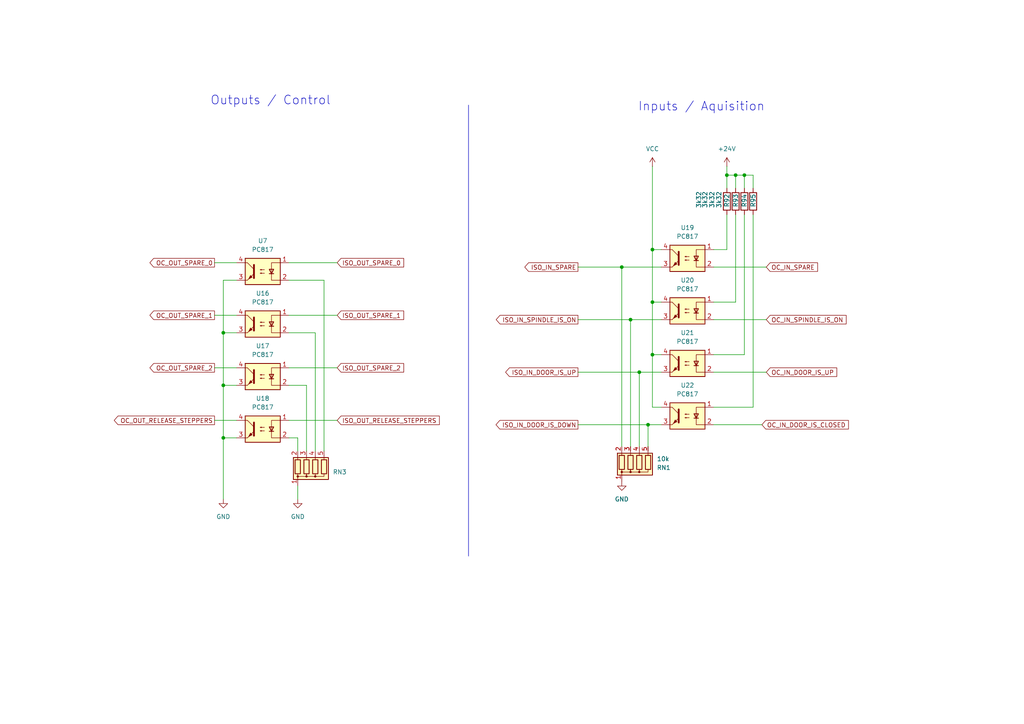
<source format=kicad_sch>
(kicad_sch
	(version 20231120)
	(generator "eeschema")
	(generator_version "8.0")
	(uuid "cdc00b93-0f03-4ff4-8fa1-c730009e4709")
	(paper "A4")
	(lib_symbols
		(symbol "Device:R"
			(pin_numbers hide)
			(pin_names
				(offset 0)
			)
			(exclude_from_sim no)
			(in_bom yes)
			(on_board yes)
			(property "Reference" "R"
				(at 2.032 0 90)
				(effects
					(font
						(size 1.27 1.27)
					)
				)
			)
			(property "Value" "R"
				(at 0 0 90)
				(effects
					(font
						(size 1.27 1.27)
					)
				)
			)
			(property "Footprint" ""
				(at -1.778 0 90)
				(effects
					(font
						(size 1.27 1.27)
					)
					(hide yes)
				)
			)
			(property "Datasheet" "~"
				(at 0 0 0)
				(effects
					(font
						(size 1.27 1.27)
					)
					(hide yes)
				)
			)
			(property "Description" "Resistor"
				(at 0 0 0)
				(effects
					(font
						(size 1.27 1.27)
					)
					(hide yes)
				)
			)
			(property "ki_keywords" "R res resistor"
				(at 0 0 0)
				(effects
					(font
						(size 1.27 1.27)
					)
					(hide yes)
				)
			)
			(property "ki_fp_filters" "R_*"
				(at 0 0 0)
				(effects
					(font
						(size 1.27 1.27)
					)
					(hide yes)
				)
			)
			(symbol "R_0_1"
				(rectangle
					(start -1.016 -2.54)
					(end 1.016 2.54)
					(stroke
						(width 0.254)
						(type default)
					)
					(fill
						(type none)
					)
				)
			)
			(symbol "R_1_1"
				(pin passive line
					(at 0 3.81 270)
					(length 1.27)
					(name "~"
						(effects
							(font
								(size 1.27 1.27)
							)
						)
					)
					(number "1"
						(effects
							(font
								(size 1.27 1.27)
							)
						)
					)
				)
				(pin passive line
					(at 0 -3.81 90)
					(length 1.27)
					(name "~"
						(effects
							(font
								(size 1.27 1.27)
							)
						)
					)
					(number "2"
						(effects
							(font
								(size 1.27 1.27)
							)
						)
					)
				)
			)
		)
		(symbol "Device:R_Network04"
			(pin_names
				(offset 0) hide)
			(exclude_from_sim no)
			(in_bom yes)
			(on_board yes)
			(property "Reference" "RN"
				(at -7.62 0 90)
				(effects
					(font
						(size 1.27 1.27)
					)
				)
			)
			(property "Value" "R_Network04"
				(at 5.08 0 90)
				(effects
					(font
						(size 1.27 1.27)
					)
				)
			)
			(property "Footprint" "Resistor_THT:R_Array_SIP5"
				(at 6.985 0 90)
				(effects
					(font
						(size 1.27 1.27)
					)
					(hide yes)
				)
			)
			(property "Datasheet" "http://www.vishay.com/docs/31509/csc.pdf"
				(at 0 0 0)
				(effects
					(font
						(size 1.27 1.27)
					)
					(hide yes)
				)
			)
			(property "Description" "4 resistor network, star topology, bussed resistors, small symbol"
				(at 0 0 0)
				(effects
					(font
						(size 1.27 1.27)
					)
					(hide yes)
				)
			)
			(property "ki_keywords" "R network star-topology"
				(at 0 0 0)
				(effects
					(font
						(size 1.27 1.27)
					)
					(hide yes)
				)
			)
			(property "ki_fp_filters" "R?Array?SIP*"
				(at 0 0 0)
				(effects
					(font
						(size 1.27 1.27)
					)
					(hide yes)
				)
			)
			(symbol "R_Network04_0_1"
				(rectangle
					(start -6.35 -3.175)
					(end 3.81 3.175)
					(stroke
						(width 0.254)
						(type default)
					)
					(fill
						(type background)
					)
				)
				(rectangle
					(start -5.842 1.524)
					(end -4.318 -2.54)
					(stroke
						(width 0.254)
						(type default)
					)
					(fill
						(type none)
					)
				)
				(circle
					(center -5.08 2.286)
					(radius 0.254)
					(stroke
						(width 0)
						(type default)
					)
					(fill
						(type outline)
					)
				)
				(rectangle
					(start -3.302 1.524)
					(end -1.778 -2.54)
					(stroke
						(width 0.254)
						(type default)
					)
					(fill
						(type none)
					)
				)
				(circle
					(center -2.54 2.286)
					(radius 0.254)
					(stroke
						(width 0)
						(type default)
					)
					(fill
						(type outline)
					)
				)
				(rectangle
					(start -0.762 1.524)
					(end 0.762 -2.54)
					(stroke
						(width 0.254)
						(type default)
					)
					(fill
						(type none)
					)
				)
				(polyline
					(pts
						(xy -5.08 -2.54) (xy -5.08 -3.81)
					)
					(stroke
						(width 0)
						(type default)
					)
					(fill
						(type none)
					)
				)
				(polyline
					(pts
						(xy -2.54 -2.54) (xy -2.54 -3.81)
					)
					(stroke
						(width 0)
						(type default)
					)
					(fill
						(type none)
					)
				)
				(polyline
					(pts
						(xy 0 -2.54) (xy 0 -3.81)
					)
					(stroke
						(width 0)
						(type default)
					)
					(fill
						(type none)
					)
				)
				(polyline
					(pts
						(xy 2.54 -2.54) (xy 2.54 -3.81)
					)
					(stroke
						(width 0)
						(type default)
					)
					(fill
						(type none)
					)
				)
				(polyline
					(pts
						(xy -5.08 1.524) (xy -5.08 2.286) (xy -2.54 2.286) (xy -2.54 1.524)
					)
					(stroke
						(width 0)
						(type default)
					)
					(fill
						(type none)
					)
				)
				(polyline
					(pts
						(xy -2.54 1.524) (xy -2.54 2.286) (xy 0 2.286) (xy 0 1.524)
					)
					(stroke
						(width 0)
						(type default)
					)
					(fill
						(type none)
					)
				)
				(polyline
					(pts
						(xy 0 1.524) (xy 0 2.286) (xy 2.54 2.286) (xy 2.54 1.524)
					)
					(stroke
						(width 0)
						(type default)
					)
					(fill
						(type none)
					)
				)
				(circle
					(center 0 2.286)
					(radius 0.254)
					(stroke
						(width 0)
						(type default)
					)
					(fill
						(type outline)
					)
				)
				(rectangle
					(start 1.778 1.524)
					(end 3.302 -2.54)
					(stroke
						(width 0.254)
						(type default)
					)
					(fill
						(type none)
					)
				)
			)
			(symbol "R_Network04_1_1"
				(pin passive line
					(at -5.08 5.08 270)
					(length 2.54)
					(name "common"
						(effects
							(font
								(size 1.27 1.27)
							)
						)
					)
					(number "1"
						(effects
							(font
								(size 1.27 1.27)
							)
						)
					)
				)
				(pin passive line
					(at -5.08 -5.08 90)
					(length 1.27)
					(name "R1"
						(effects
							(font
								(size 1.27 1.27)
							)
						)
					)
					(number "2"
						(effects
							(font
								(size 1.27 1.27)
							)
						)
					)
				)
				(pin passive line
					(at -2.54 -5.08 90)
					(length 1.27)
					(name "R2"
						(effects
							(font
								(size 1.27 1.27)
							)
						)
					)
					(number "3"
						(effects
							(font
								(size 1.27 1.27)
							)
						)
					)
				)
				(pin passive line
					(at 0 -5.08 90)
					(length 1.27)
					(name "R3"
						(effects
							(font
								(size 1.27 1.27)
							)
						)
					)
					(number "4"
						(effects
							(font
								(size 1.27 1.27)
							)
						)
					)
				)
				(pin passive line
					(at 2.54 -5.08 90)
					(length 1.27)
					(name "R4"
						(effects
							(font
								(size 1.27 1.27)
							)
						)
					)
					(number "5"
						(effects
							(font
								(size 1.27 1.27)
							)
						)
					)
				)
			)
		)
		(symbol "Isolator:PC817"
			(pin_names
				(offset 1.016)
			)
			(exclude_from_sim no)
			(in_bom yes)
			(on_board yes)
			(property "Reference" "U"
				(at -5.08 5.08 0)
				(effects
					(font
						(size 1.27 1.27)
					)
					(justify left)
				)
			)
			(property "Value" "PC817"
				(at 0 5.08 0)
				(effects
					(font
						(size 1.27 1.27)
					)
					(justify left)
				)
			)
			(property "Footprint" "Package_DIP:DIP-4_W7.62mm"
				(at -5.08 -5.08 0)
				(effects
					(font
						(size 1.27 1.27)
						(italic yes)
					)
					(justify left)
					(hide yes)
				)
			)
			(property "Datasheet" "http://www.soselectronic.cz/a_info/resource/d/pc817.pdf"
				(at 0 0 0)
				(effects
					(font
						(size 1.27 1.27)
					)
					(justify left)
					(hide yes)
				)
			)
			(property "Description" "DC Optocoupler, Vce 35V, CTR 50-300%, DIP-4"
				(at 0 0 0)
				(effects
					(font
						(size 1.27 1.27)
					)
					(hide yes)
				)
			)
			(property "ki_keywords" "NPN DC Optocoupler"
				(at 0 0 0)
				(effects
					(font
						(size 1.27 1.27)
					)
					(hide yes)
				)
			)
			(property "ki_fp_filters" "DIP*W7.62mm*"
				(at 0 0 0)
				(effects
					(font
						(size 1.27 1.27)
					)
					(hide yes)
				)
			)
			(symbol "PC817_0_1"
				(rectangle
					(start -5.08 3.81)
					(end 5.08 -3.81)
					(stroke
						(width 0.254)
						(type default)
					)
					(fill
						(type background)
					)
				)
				(polyline
					(pts
						(xy -3.175 -0.635) (xy -1.905 -0.635)
					)
					(stroke
						(width 0.254)
						(type default)
					)
					(fill
						(type none)
					)
				)
				(polyline
					(pts
						(xy 2.54 0.635) (xy 4.445 2.54)
					)
					(stroke
						(width 0)
						(type default)
					)
					(fill
						(type none)
					)
				)
				(polyline
					(pts
						(xy 4.445 -2.54) (xy 2.54 -0.635)
					)
					(stroke
						(width 0)
						(type default)
					)
					(fill
						(type outline)
					)
				)
				(polyline
					(pts
						(xy 4.445 -2.54) (xy 5.08 -2.54)
					)
					(stroke
						(width 0)
						(type default)
					)
					(fill
						(type none)
					)
				)
				(polyline
					(pts
						(xy 4.445 2.54) (xy 5.08 2.54)
					)
					(stroke
						(width 0)
						(type default)
					)
					(fill
						(type none)
					)
				)
				(polyline
					(pts
						(xy -5.08 2.54) (xy -2.54 2.54) (xy -2.54 -0.635)
					)
					(stroke
						(width 0)
						(type default)
					)
					(fill
						(type none)
					)
				)
				(polyline
					(pts
						(xy -2.54 -0.635) (xy -2.54 -2.54) (xy -5.08 -2.54)
					)
					(stroke
						(width 0)
						(type default)
					)
					(fill
						(type none)
					)
				)
				(polyline
					(pts
						(xy 2.54 1.905) (xy 2.54 -1.905) (xy 2.54 -1.905)
					)
					(stroke
						(width 0.508)
						(type default)
					)
					(fill
						(type none)
					)
				)
				(polyline
					(pts
						(xy -2.54 -0.635) (xy -3.175 0.635) (xy -1.905 0.635) (xy -2.54 -0.635)
					)
					(stroke
						(width 0.254)
						(type default)
					)
					(fill
						(type none)
					)
				)
				(polyline
					(pts
						(xy -0.508 -0.508) (xy 0.762 -0.508) (xy 0.381 -0.635) (xy 0.381 -0.381) (xy 0.762 -0.508)
					)
					(stroke
						(width 0)
						(type default)
					)
					(fill
						(type none)
					)
				)
				(polyline
					(pts
						(xy -0.508 0.508) (xy 0.762 0.508) (xy 0.381 0.381) (xy 0.381 0.635) (xy 0.762 0.508)
					)
					(stroke
						(width 0)
						(type default)
					)
					(fill
						(type none)
					)
				)
				(polyline
					(pts
						(xy 3.048 -1.651) (xy 3.556 -1.143) (xy 4.064 -2.159) (xy 3.048 -1.651) (xy 3.048 -1.651)
					)
					(stroke
						(width 0)
						(type default)
					)
					(fill
						(type outline)
					)
				)
			)
			(symbol "PC817_1_1"
				(pin passive line
					(at -7.62 2.54 0)
					(length 2.54)
					(name "~"
						(effects
							(font
								(size 1.27 1.27)
							)
						)
					)
					(number "1"
						(effects
							(font
								(size 1.27 1.27)
							)
						)
					)
				)
				(pin passive line
					(at -7.62 -2.54 0)
					(length 2.54)
					(name "~"
						(effects
							(font
								(size 1.27 1.27)
							)
						)
					)
					(number "2"
						(effects
							(font
								(size 1.27 1.27)
							)
						)
					)
				)
				(pin passive line
					(at 7.62 -2.54 180)
					(length 2.54)
					(name "~"
						(effects
							(font
								(size 1.27 1.27)
							)
						)
					)
					(number "3"
						(effects
							(font
								(size 1.27 1.27)
							)
						)
					)
				)
				(pin passive line
					(at 7.62 2.54 180)
					(length 2.54)
					(name "~"
						(effects
							(font
								(size 1.27 1.27)
							)
						)
					)
					(number "4"
						(effects
							(font
								(size 1.27 1.27)
							)
						)
					)
				)
			)
		)
		(symbol "power:+24V"
			(power)
			(pin_numbers hide)
			(pin_names
				(offset 0) hide)
			(exclude_from_sim no)
			(in_bom yes)
			(on_board yes)
			(property "Reference" "#PWR"
				(at 0 -3.81 0)
				(effects
					(font
						(size 1.27 1.27)
					)
					(hide yes)
				)
			)
			(property "Value" "+24V"
				(at 0 3.556 0)
				(effects
					(font
						(size 1.27 1.27)
					)
				)
			)
			(property "Footprint" ""
				(at 0 0 0)
				(effects
					(font
						(size 1.27 1.27)
					)
					(hide yes)
				)
			)
			(property "Datasheet" ""
				(at 0 0 0)
				(effects
					(font
						(size 1.27 1.27)
					)
					(hide yes)
				)
			)
			(property "Description" "Power symbol creates a global label with name \"+24V\""
				(at 0 0 0)
				(effects
					(font
						(size 1.27 1.27)
					)
					(hide yes)
				)
			)
			(property "ki_keywords" "global power"
				(at 0 0 0)
				(effects
					(font
						(size 1.27 1.27)
					)
					(hide yes)
				)
			)
			(symbol "+24V_0_1"
				(polyline
					(pts
						(xy -0.762 1.27) (xy 0 2.54)
					)
					(stroke
						(width 0)
						(type default)
					)
					(fill
						(type none)
					)
				)
				(polyline
					(pts
						(xy 0 0) (xy 0 2.54)
					)
					(stroke
						(width 0)
						(type default)
					)
					(fill
						(type none)
					)
				)
				(polyline
					(pts
						(xy 0 2.54) (xy 0.762 1.27)
					)
					(stroke
						(width 0)
						(type default)
					)
					(fill
						(type none)
					)
				)
			)
			(symbol "+24V_1_1"
				(pin power_in line
					(at 0 0 90)
					(length 0)
					(name "~"
						(effects
							(font
								(size 1.27 1.27)
							)
						)
					)
					(number "1"
						(effects
							(font
								(size 1.27 1.27)
							)
						)
					)
				)
			)
		)
		(symbol "power:GND"
			(power)
			(pin_numbers hide)
			(pin_names
				(offset 0) hide)
			(exclude_from_sim no)
			(in_bom yes)
			(on_board yes)
			(property "Reference" "#PWR"
				(at 0 -6.35 0)
				(effects
					(font
						(size 1.27 1.27)
					)
					(hide yes)
				)
			)
			(property "Value" "GND"
				(at 0 -3.81 0)
				(effects
					(font
						(size 1.27 1.27)
					)
				)
			)
			(property "Footprint" ""
				(at 0 0 0)
				(effects
					(font
						(size 1.27 1.27)
					)
					(hide yes)
				)
			)
			(property "Datasheet" ""
				(at 0 0 0)
				(effects
					(font
						(size 1.27 1.27)
					)
					(hide yes)
				)
			)
			(property "Description" "Power symbol creates a global label with name \"GND\" , ground"
				(at 0 0 0)
				(effects
					(font
						(size 1.27 1.27)
					)
					(hide yes)
				)
			)
			(property "ki_keywords" "global power"
				(at 0 0 0)
				(effects
					(font
						(size 1.27 1.27)
					)
					(hide yes)
				)
			)
			(symbol "GND_0_1"
				(polyline
					(pts
						(xy 0 0) (xy 0 -1.27) (xy 1.27 -1.27) (xy 0 -2.54) (xy -1.27 -1.27) (xy 0 -1.27)
					)
					(stroke
						(width 0)
						(type default)
					)
					(fill
						(type none)
					)
				)
			)
			(symbol "GND_1_1"
				(pin power_in line
					(at 0 0 270)
					(length 0)
					(name "~"
						(effects
							(font
								(size 1.27 1.27)
							)
						)
					)
					(number "1"
						(effects
							(font
								(size 1.27 1.27)
							)
						)
					)
				)
			)
		)
		(symbol "power:VCC"
			(power)
			(pin_numbers hide)
			(pin_names
				(offset 0) hide)
			(exclude_from_sim no)
			(in_bom yes)
			(on_board yes)
			(property "Reference" "#PWR"
				(at 0 -3.81 0)
				(effects
					(font
						(size 1.27 1.27)
					)
					(hide yes)
				)
			)
			(property "Value" "VCC"
				(at 0 3.556 0)
				(effects
					(font
						(size 1.27 1.27)
					)
				)
			)
			(property "Footprint" ""
				(at 0 0 0)
				(effects
					(font
						(size 1.27 1.27)
					)
					(hide yes)
				)
			)
			(property "Datasheet" ""
				(at 0 0 0)
				(effects
					(font
						(size 1.27 1.27)
					)
					(hide yes)
				)
			)
			(property "Description" "Power symbol creates a global label with name \"VCC\""
				(at 0 0 0)
				(effects
					(font
						(size 1.27 1.27)
					)
					(hide yes)
				)
			)
			(property "ki_keywords" "global power"
				(at 0 0 0)
				(effects
					(font
						(size 1.27 1.27)
					)
					(hide yes)
				)
			)
			(symbol "VCC_0_1"
				(polyline
					(pts
						(xy -0.762 1.27) (xy 0 2.54)
					)
					(stroke
						(width 0)
						(type default)
					)
					(fill
						(type none)
					)
				)
				(polyline
					(pts
						(xy 0 0) (xy 0 2.54)
					)
					(stroke
						(width 0)
						(type default)
					)
					(fill
						(type none)
					)
				)
				(polyline
					(pts
						(xy 0 2.54) (xy 0.762 1.27)
					)
					(stroke
						(width 0)
						(type default)
					)
					(fill
						(type none)
					)
				)
			)
			(symbol "VCC_1_1"
				(pin power_in line
					(at 0 0 90)
					(length 0)
					(name "~"
						(effects
							(font
								(size 1.27 1.27)
							)
						)
					)
					(number "1"
						(effects
							(font
								(size 1.27 1.27)
							)
						)
					)
				)
			)
		)
	)
	(junction
		(at 189.23 87.63)
		(diameter 0)
		(color 0 0 0 0)
		(uuid "04d127a1-5cc6-4784-886e-ce7a70ae3658")
	)
	(junction
		(at 189.23 102.87)
		(diameter 0)
		(color 0 0 0 0)
		(uuid "110a0c85-303c-4969-8799-a4dadbcbcccd")
	)
	(junction
		(at 189.23 72.39)
		(diameter 0)
		(color 0 0 0 0)
		(uuid "1c6aaa41-0eba-434e-81d9-b378ee1798bc")
	)
	(junction
		(at 185.42 107.95)
		(diameter 0)
		(color 0 0 0 0)
		(uuid "38708c8b-389c-407b-b573-559018732aec")
	)
	(junction
		(at 182.88 92.71)
		(diameter 0)
		(color 0 0 0 0)
		(uuid "4b1e3d20-c0d5-4deb-bd70-94950e56cb10")
	)
	(junction
		(at 187.96 123.19)
		(diameter 0)
		(color 0 0 0 0)
		(uuid "8f636c4b-884d-4a91-91df-f21b60372be7")
	)
	(junction
		(at 213.36 50.8)
		(diameter 0)
		(color 0 0 0 0)
		(uuid "be9766bf-cce0-463e-b0f8-d4ba1a52e8da")
	)
	(junction
		(at 210.82 50.8)
		(diameter 0)
		(color 0 0 0 0)
		(uuid "bf1254bf-74e5-432e-8b4e-50a22d774d1f")
	)
	(junction
		(at 64.77 127)
		(diameter 0)
		(color 0 0 0 0)
		(uuid "d7ba04d3-4f81-447a-aabc-4216a9e388ff")
	)
	(junction
		(at 215.9 50.8)
		(diameter 0)
		(color 0 0 0 0)
		(uuid "dc64f55a-b6e2-4c95-b238-2a209398bb54")
	)
	(junction
		(at 180.34 77.47)
		(diameter 0)
		(color 0 0 0 0)
		(uuid "dc8fcda5-a3d4-4685-9efa-b844418762b9")
	)
	(junction
		(at 64.77 111.76)
		(diameter 0)
		(color 0 0 0 0)
		(uuid "e668109d-745e-4069-9ae1-7af8e5b3604c")
	)
	(junction
		(at 64.77 96.52)
		(diameter 0)
		(color 0 0 0 0)
		(uuid "f43d25c3-fa69-486f-a818-94d8c3bf4f47")
	)
	(wire
		(pts
			(xy 88.9 111.76) (xy 83.82 111.76)
		)
		(stroke
			(width 0)
			(type default)
		)
		(uuid "015f15db-9fef-4024-be73-dd81742e2cc6")
	)
	(wire
		(pts
			(xy 191.77 118.11) (xy 189.23 118.11)
		)
		(stroke
			(width 0)
			(type default)
		)
		(uuid "01fdc19b-3c5c-4dd3-9dc8-f50f6026a08e")
	)
	(wire
		(pts
			(xy 180.34 77.47) (xy 180.34 129.54)
		)
		(stroke
			(width 0)
			(type default)
		)
		(uuid "03b68844-e96b-4668-aacf-aace6a667abe")
	)
	(wire
		(pts
			(xy 218.44 62.23) (xy 218.44 118.11)
		)
		(stroke
			(width 0)
			(type default)
		)
		(uuid "0b23c394-e762-432f-9e0b-a07974e03b1a")
	)
	(wire
		(pts
			(xy 83.82 106.68) (xy 97.79 106.68)
		)
		(stroke
			(width 0)
			(type default)
		)
		(uuid "0d525424-5f5f-4467-b357-6c0c6f556fd2")
	)
	(wire
		(pts
			(xy 62.23 106.68) (xy 68.58 106.68)
		)
		(stroke
			(width 0)
			(type default)
		)
		(uuid "11609f9e-c6d0-470c-a1e8-548c43df4f79")
	)
	(wire
		(pts
			(xy 167.64 107.95) (xy 185.42 107.95)
		)
		(stroke
			(width 0)
			(type default)
		)
		(uuid "241ad4c3-dfc1-43fa-9bde-23491c59e25a")
	)
	(wire
		(pts
			(xy 210.82 50.8) (xy 213.36 50.8)
		)
		(stroke
			(width 0)
			(type default)
		)
		(uuid "248cc1c0-1115-4989-903e-213a1b0bf0c8")
	)
	(wire
		(pts
			(xy 86.36 130.81) (xy 86.36 127)
		)
		(stroke
			(width 0)
			(type default)
		)
		(uuid "28cfd081-68e0-4eea-89a9-e9eb6fcb29e1")
	)
	(wire
		(pts
			(xy 207.01 102.87) (xy 215.9 102.87)
		)
		(stroke
			(width 0)
			(type default)
		)
		(uuid "2c9d3d84-cbbd-46eb-a0ef-d102d1e25b4c")
	)
	(wire
		(pts
			(xy 91.44 96.52) (xy 83.82 96.52)
		)
		(stroke
			(width 0)
			(type default)
		)
		(uuid "2fa1bf0b-d425-44ad-87f0-052e8a4dee15")
	)
	(wire
		(pts
			(xy 64.77 96.52) (xy 64.77 111.76)
		)
		(stroke
			(width 0)
			(type default)
		)
		(uuid "31280152-0878-4b5d-a1b5-4015b5c4b3e3")
	)
	(wire
		(pts
			(xy 210.82 48.26) (xy 210.82 50.8)
		)
		(stroke
			(width 0)
			(type default)
		)
		(uuid "320d228f-a450-41eb-bcc8-868101ea5cd0")
	)
	(wire
		(pts
			(xy 189.23 48.26) (xy 189.23 72.39)
		)
		(stroke
			(width 0)
			(type default)
		)
		(uuid "33519708-d96f-4569-8845-4553fcd481ba")
	)
	(wire
		(pts
			(xy 189.23 72.39) (xy 189.23 87.63)
		)
		(stroke
			(width 0)
			(type default)
		)
		(uuid "35860106-0e7f-4849-b0af-fac70ef06f62")
	)
	(wire
		(pts
			(xy 185.42 107.95) (xy 191.77 107.95)
		)
		(stroke
			(width 0)
			(type default)
		)
		(uuid "376923ce-cc76-4182-9c2c-05d840940c68")
	)
	(wire
		(pts
			(xy 189.23 87.63) (xy 189.23 102.87)
		)
		(stroke
			(width 0)
			(type default)
		)
		(uuid "3869af00-e318-4b6a-8473-d49896625d06")
	)
	(wire
		(pts
			(xy 88.9 130.81) (xy 88.9 111.76)
		)
		(stroke
			(width 0)
			(type default)
		)
		(uuid "39fe0a1e-a202-4b27-80a5-5f033c2d4f56")
	)
	(wire
		(pts
			(xy 167.64 92.71) (xy 182.88 92.71)
		)
		(stroke
			(width 0)
			(type default)
		)
		(uuid "3d1c1bbf-c238-4224-82ee-3fa5ee9eafaf")
	)
	(wire
		(pts
			(xy 210.82 72.39) (xy 207.01 72.39)
		)
		(stroke
			(width 0)
			(type default)
		)
		(uuid "42d08e4c-2dd4-4677-8cb5-dfa9afd25ba1")
	)
	(wire
		(pts
			(xy 207.01 118.11) (xy 218.44 118.11)
		)
		(stroke
			(width 0)
			(type default)
		)
		(uuid "43d42a66-ae51-48cd-b251-9660937d96e1")
	)
	(wire
		(pts
			(xy 207.01 92.71) (xy 222.25 92.71)
		)
		(stroke
			(width 0)
			(type default)
		)
		(uuid "478946f6-ddf8-4221-9fd6-29c29fd265a4")
	)
	(wire
		(pts
			(xy 218.44 54.61) (xy 218.44 50.8)
		)
		(stroke
			(width 0)
			(type default)
		)
		(uuid "56c05b1b-40b8-4290-8034-9cf1cc84342d")
	)
	(wire
		(pts
			(xy 182.88 92.71) (xy 191.77 92.71)
		)
		(stroke
			(width 0)
			(type default)
		)
		(uuid "5c556a91-153b-48df-a9db-689b0eb84d78")
	)
	(wire
		(pts
			(xy 189.23 72.39) (xy 191.77 72.39)
		)
		(stroke
			(width 0)
			(type default)
		)
		(uuid "662e086b-b433-43c3-bdcb-2746820dd2f5")
	)
	(wire
		(pts
			(xy 213.36 54.61) (xy 213.36 50.8)
		)
		(stroke
			(width 0)
			(type default)
		)
		(uuid "677fd000-84b1-404d-8006-bb19c8f49b4d")
	)
	(wire
		(pts
			(xy 93.98 130.81) (xy 93.98 81.28)
		)
		(stroke
			(width 0)
			(type default)
		)
		(uuid "67c7d36a-8b60-40a9-a674-ea919e1d62c8")
	)
	(wire
		(pts
			(xy 210.82 50.8) (xy 210.82 54.61)
		)
		(stroke
			(width 0)
			(type default)
		)
		(uuid "6cfde014-f4e3-4955-85eb-e3806f0888fa")
	)
	(wire
		(pts
			(xy 86.36 127) (xy 83.82 127)
		)
		(stroke
			(width 0)
			(type default)
		)
		(uuid "70e7e018-120f-4005-b77b-4c693483cf8b")
	)
	(wire
		(pts
			(xy 189.23 102.87) (xy 189.23 118.11)
		)
		(stroke
			(width 0)
			(type default)
		)
		(uuid "79da82a2-2625-454e-83ab-c2b3f7aeb3dc")
	)
	(wire
		(pts
			(xy 213.36 87.63) (xy 207.01 87.63)
		)
		(stroke
			(width 0)
			(type default)
		)
		(uuid "7b2739f0-e2d4-442b-a1ee-e28f50080abb")
	)
	(wire
		(pts
			(xy 207.01 123.19) (xy 220.98 123.19)
		)
		(stroke
			(width 0)
			(type default)
		)
		(uuid "81e8e23b-2920-450e-be36-b1f38c34d8a5")
	)
	(wire
		(pts
			(xy 64.77 111.76) (xy 64.77 127)
		)
		(stroke
			(width 0)
			(type default)
		)
		(uuid "8346f676-c6d4-4a86-96d9-8507bca5d245")
	)
	(wire
		(pts
			(xy 83.82 121.92) (xy 97.79 121.92)
		)
		(stroke
			(width 0)
			(type default)
		)
		(uuid "89467f68-e3c0-4e85-a3f1-895e55faa51b")
	)
	(wire
		(pts
			(xy 187.96 123.19) (xy 187.96 129.54)
		)
		(stroke
			(width 0)
			(type default)
		)
		(uuid "896dd9a9-5c5b-4fb5-8bdd-87312bd8d9b6")
	)
	(wire
		(pts
			(xy 215.9 54.61) (xy 215.9 50.8)
		)
		(stroke
			(width 0)
			(type default)
		)
		(uuid "897ec806-f802-4539-a75d-e32bff9c07ed")
	)
	(polyline
		(pts
			(xy 135.89 30.48) (xy 135.89 161.29)
		)
		(stroke
			(width 0)
			(type default)
		)
		(uuid "9081186b-1930-4a22-8903-fa44f33ced9d")
	)
	(wire
		(pts
			(xy 64.77 81.28) (xy 68.58 81.28)
		)
		(stroke
			(width 0)
			(type default)
		)
		(uuid "99e5174d-f587-4dfc-857a-2002f6fd6673")
	)
	(wire
		(pts
			(xy 91.44 130.81) (xy 91.44 96.52)
		)
		(stroke
			(width 0)
			(type default)
		)
		(uuid "9bd19a9d-e71e-40e5-9ea3-4b591aac7988")
	)
	(wire
		(pts
			(xy 207.01 77.47) (xy 222.25 77.47)
		)
		(stroke
			(width 0)
			(type default)
		)
		(uuid "9c9c021b-9c77-4e6f-8754-296feed9f7ea")
	)
	(wire
		(pts
			(xy 93.98 81.28) (xy 83.82 81.28)
		)
		(stroke
			(width 0)
			(type default)
		)
		(uuid "a0297738-151b-46d1-8334-6dea6b52ee0f")
	)
	(wire
		(pts
			(xy 189.23 87.63) (xy 191.77 87.63)
		)
		(stroke
			(width 0)
			(type default)
		)
		(uuid "a5f5c9d2-111f-4cbd-a109-ddf92c510066")
	)
	(wire
		(pts
			(xy 213.36 62.23) (xy 213.36 87.63)
		)
		(stroke
			(width 0)
			(type default)
		)
		(uuid "a81bf2fc-a405-4282-954e-95e063a62ff2")
	)
	(wire
		(pts
			(xy 64.77 111.76) (xy 68.58 111.76)
		)
		(stroke
			(width 0)
			(type default)
		)
		(uuid "aae39798-7bb5-48bb-8ffd-336f80dac9a4")
	)
	(wire
		(pts
			(xy 180.34 77.47) (xy 191.77 77.47)
		)
		(stroke
			(width 0)
			(type default)
		)
		(uuid "aebbb2bf-d919-4103-8a2c-9b8fa1254e2c")
	)
	(wire
		(pts
			(xy 215.9 50.8) (xy 213.36 50.8)
		)
		(stroke
			(width 0)
			(type default)
		)
		(uuid "bd28cb6f-fd9d-4715-aad0-38be8c71272c")
	)
	(wire
		(pts
			(xy 86.36 140.97) (xy 86.36 144.78)
		)
		(stroke
			(width 0)
			(type default)
		)
		(uuid "bdefd22d-6dd8-429d-8f20-4d86a316551f")
	)
	(wire
		(pts
			(xy 187.96 123.19) (xy 191.77 123.19)
		)
		(stroke
			(width 0)
			(type default)
		)
		(uuid "bee99ead-b032-4079-b11a-303af7652069")
	)
	(wire
		(pts
			(xy 62.23 121.92) (xy 68.58 121.92)
		)
		(stroke
			(width 0)
			(type default)
		)
		(uuid "c54a4577-16b8-4eee-8adf-2f92263e92ec")
	)
	(wire
		(pts
			(xy 83.82 76.2) (xy 97.79 76.2)
		)
		(stroke
			(width 0)
			(type default)
		)
		(uuid "c88aa9f9-d2f0-48db-8695-061016cb988b")
	)
	(wire
		(pts
			(xy 64.77 127) (xy 68.58 127)
		)
		(stroke
			(width 0)
			(type default)
		)
		(uuid "c89aa471-f163-4258-a811-5f27660ebfe2")
	)
	(wire
		(pts
			(xy 64.77 81.28) (xy 64.77 96.52)
		)
		(stroke
			(width 0)
			(type default)
		)
		(uuid "c997d0e2-c0a2-421e-ab68-2314ac58221f")
	)
	(wire
		(pts
			(xy 207.01 107.95) (xy 222.25 107.95)
		)
		(stroke
			(width 0)
			(type default)
		)
		(uuid "cdcb09bf-359b-4eec-a3b7-36b5ee5b3baa")
	)
	(wire
		(pts
			(xy 189.23 102.87) (xy 191.77 102.87)
		)
		(stroke
			(width 0)
			(type default)
		)
		(uuid "d07d4eca-d5bb-49ff-a25d-cacbb54007bf")
	)
	(wire
		(pts
			(xy 210.82 62.23) (xy 210.82 72.39)
		)
		(stroke
			(width 0)
			(type default)
		)
		(uuid "d0984629-a534-4cbc-b752-e342599b8a10")
	)
	(wire
		(pts
			(xy 185.42 107.95) (xy 185.42 129.54)
		)
		(stroke
			(width 0)
			(type default)
		)
		(uuid "da3d23f0-1d30-4a00-90be-7b3a70be0bb4")
	)
	(wire
		(pts
			(xy 64.77 127) (xy 64.77 144.78)
		)
		(stroke
			(width 0)
			(type default)
		)
		(uuid "da5b03e3-09fe-4301-9936-395157622716")
	)
	(wire
		(pts
			(xy 215.9 62.23) (xy 215.9 102.87)
		)
		(stroke
			(width 0)
			(type default)
		)
		(uuid "e27cbd3b-e152-44b1-b363-34e37bc1236e")
	)
	(wire
		(pts
			(xy 167.64 123.19) (xy 187.96 123.19)
		)
		(stroke
			(width 0)
			(type default)
		)
		(uuid "e51a3b06-96c7-494c-bcdd-ca122bc27654")
	)
	(wire
		(pts
			(xy 182.88 129.54) (xy 182.88 92.71)
		)
		(stroke
			(width 0)
			(type default)
		)
		(uuid "e6a22865-e0df-47c6-ba64-dcf3521fb6fc")
	)
	(wire
		(pts
			(xy 167.64 77.47) (xy 180.34 77.47)
		)
		(stroke
			(width 0)
			(type default)
		)
		(uuid "e7127d9d-dd00-4647-aa0a-002554f420d0")
	)
	(wire
		(pts
			(xy 64.77 96.52) (xy 68.58 96.52)
		)
		(stroke
			(width 0)
			(type default)
		)
		(uuid "e71f1527-25dd-46c6-87bb-bf17909bdade")
	)
	(wire
		(pts
			(xy 83.82 91.44) (xy 97.79 91.44)
		)
		(stroke
			(width 0)
			(type default)
		)
		(uuid "eeec1e2e-c1c4-44fa-ae59-91f26c62389c")
	)
	(wire
		(pts
			(xy 218.44 50.8) (xy 215.9 50.8)
		)
		(stroke
			(width 0)
			(type default)
		)
		(uuid "ef35b3ee-93db-40e2-87ed-7258893aa3c5")
	)
	(wire
		(pts
			(xy 62.23 91.44) (xy 68.58 91.44)
		)
		(stroke
			(width 0)
			(type default)
		)
		(uuid "f21be9a0-feb5-4b79-a076-57e1fae2fe4e")
	)
	(wire
		(pts
			(xy 62.23 76.2) (xy 68.58 76.2)
		)
		(stroke
			(width 0)
			(type default)
		)
		(uuid "f35492a6-d2f3-4da7-add4-3d7ef2feb6bd")
	)
	(text "Inputs / Aquisition"
		(exclude_from_sim no)
		(at 203.454 30.988 0)
		(effects
			(font
				(size 2.54 2.54)
			)
		)
		(uuid "39d29c10-a64c-44d7-85a5-c3dab9ba9d86")
	)
	(text "Outputs / Control"
		(exclude_from_sim no)
		(at 78.486 29.21 0)
		(effects
			(font
				(size 2.54 2.54)
			)
		)
		(uuid "85f7c389-aa8b-4e76-a300-4156c50a22b9")
	)
	(global_label "ISO_OUT_SPARE_1"
		(shape input)
		(at 97.79 91.44 0)
		(fields_autoplaced yes)
		(effects
			(font
				(size 1.27 1.27)
			)
			(justify left)
		)
		(uuid "0a93baa7-5cca-4222-9beb-3bc8b6f58ec3")
		(property "Intersheetrefs" "${INTERSHEET_REFS}"
			(at 117.648 91.44 0)
			(effects
				(font
					(size 1.27 1.27)
				)
				(justify left)
				(hide yes)
			)
		)
	)
	(global_label "ISO_OUT_RELEASE_STEPPERS"
		(shape input)
		(at 97.79 121.92 0)
		(fields_autoplaced yes)
		(effects
			(font
				(size 1.27 1.27)
			)
			(justify left)
		)
		(uuid "22e50036-f165-4baf-8fd2-36913cfec6cc")
		(property "Intersheetrefs" "${INTERSHEET_REFS}"
			(at 127.9892 121.92 0)
			(effects
				(font
					(size 1.27 1.27)
				)
				(justify left)
				(hide yes)
			)
		)
	)
	(global_label "ISO_OUT_SPARE_0"
		(shape input)
		(at 97.79 76.2 0)
		(fields_autoplaced yes)
		(effects
			(font
				(size 1.27 1.27)
			)
			(justify left)
		)
		(uuid "389f1538-09b4-4966-ac0c-637c8c3671a5")
		(property "Intersheetrefs" "${INTERSHEET_REFS}"
			(at 117.648 76.2 0)
			(effects
				(font
					(size 1.27 1.27)
				)
				(justify left)
				(hide yes)
			)
		)
	)
	(global_label "OC_OUT_SPARE_1"
		(shape output)
		(at 62.23 91.44 180)
		(fields_autoplaced yes)
		(effects
			(font
				(size 1.27 1.27)
			)
			(justify right)
		)
		(uuid "3bca95ad-55c2-4d20-9001-1b31e34e75e7")
		(property "Intersheetrefs" "${INTERSHEET_REFS}"
			(at 42.9163 91.44 0)
			(effects
				(font
					(size 1.27 1.27)
				)
				(justify right)
				(hide yes)
			)
		)
	)
	(global_label "OC_OUT_SPARE_0"
		(shape output)
		(at 62.23 76.2 180)
		(fields_autoplaced yes)
		(effects
			(font
				(size 1.27 1.27)
			)
			(justify right)
		)
		(uuid "4f164643-0151-48de-be63-bf9940b4501a")
		(property "Intersheetrefs" "${INTERSHEET_REFS}"
			(at 42.9163 76.2 0)
			(effects
				(font
					(size 1.27 1.27)
				)
				(justify right)
				(hide yes)
			)
		)
	)
	(global_label "OC_IN_DOOR_IS_CLOSED"
		(shape input)
		(at 220.98 123.19 0)
		(fields_autoplaced yes)
		(effects
			(font
				(size 1.27 1.27)
			)
			(justify left)
		)
		(uuid "6b5cbbb7-acd6-48c8-919a-50f8f9d6bb08")
		(property "Intersheetrefs" "${INTERSHEET_REFS}"
			(at 246.6438 123.19 0)
			(effects
				(font
					(size 1.27 1.27)
				)
				(justify left)
				(hide yes)
			)
		)
	)
	(global_label "OC_IN_SPINDLE_IS_ON"
		(shape input)
		(at 222.25 92.71 0)
		(fields_autoplaced yes)
		(effects
			(font
				(size 1.27 1.27)
			)
			(justify left)
		)
		(uuid "88373ad5-c958-4960-ba08-2b631d6077c4")
		(property "Intersheetrefs" "${INTERSHEET_REFS}"
			(at 245.9786 92.71 0)
			(effects
				(font
					(size 1.27 1.27)
				)
				(justify left)
				(hide yes)
			)
		)
	)
	(global_label "ISO_IN_SPARE"
		(shape output)
		(at 167.64 77.47 180)
		(fields_autoplaced yes)
		(effects
			(font
				(size 1.27 1.27)
			)
			(justify right)
		)
		(uuid "8e7a6a5d-7911-49fa-81da-ac48cb7be57c")
		(property "Intersheetrefs" "${INTERSHEET_REFS}"
			(at 151.6524 77.47 0)
			(effects
				(font
					(size 1.27 1.27)
				)
				(justify right)
				(hide yes)
			)
		)
	)
	(global_label "ISO_IN_DOOR_IS_UP"
		(shape output)
		(at 167.64 107.95 180)
		(fields_autoplaced yes)
		(effects
			(font
				(size 1.27 1.27)
			)
			(justify right)
		)
		(uuid "ae4cccdd-7e66-4289-8af6-33431acc0fc8")
		(property "Intersheetrefs" "${INTERSHEET_REFS}"
			(at 146.0885 107.95 0)
			(effects
				(font
					(size 1.27 1.27)
				)
				(justify right)
				(hide yes)
			)
		)
	)
	(global_label "ISO_OUT_SPARE_2"
		(shape input)
		(at 97.79 106.68 0)
		(fields_autoplaced yes)
		(effects
			(font
				(size 1.27 1.27)
			)
			(justify left)
		)
		(uuid "b43e0b32-c2d0-45ff-bcb8-1ee97a6cb5cd")
		(property "Intersheetrefs" "${INTERSHEET_REFS}"
			(at 117.648 106.68 0)
			(effects
				(font
					(size 1.27 1.27)
				)
				(justify left)
				(hide yes)
			)
		)
	)
	(global_label "OC_OUT_RELEASE_STEPPERS"
		(shape output)
		(at 62.23 121.92 180)
		(fields_autoplaced yes)
		(effects
			(font
				(size 1.27 1.27)
			)
			(justify right)
		)
		(uuid "bfd6fd77-769a-4721-817e-2c4c7b7427fa")
		(property "Intersheetrefs" "${INTERSHEET_REFS}"
			(at 32.5751 121.92 0)
			(effects
				(font
					(size 1.27 1.27)
				)
				(justify right)
				(hide yes)
			)
		)
	)
	(global_label "OC_IN_SPARE"
		(shape input)
		(at 222.25 77.47 0)
		(fields_autoplaced yes)
		(effects
			(font
				(size 1.27 1.27)
			)
			(justify left)
		)
		(uuid "cf0877f3-592e-447b-9454-c7aafe12a923")
		(property "Intersheetrefs" "${INTERSHEET_REFS}"
			(at 237.6933 77.47 0)
			(effects
				(font
					(size 1.27 1.27)
				)
				(justify left)
				(hide yes)
			)
		)
	)
	(global_label "ISO_IN_SPINDLE_IS_ON"
		(shape output)
		(at 167.64 92.71 180)
		(fields_autoplaced yes)
		(effects
			(font
				(size 1.27 1.27)
			)
			(justify right)
		)
		(uuid "d9d6dd61-54e4-4d25-8a68-6e9d6ad79bdb")
		(property "Intersheetrefs" "${INTERSHEET_REFS}"
			(at 143.3671 92.71 0)
			(effects
				(font
					(size 1.27 1.27)
				)
				(justify right)
				(hide yes)
			)
		)
	)
	(global_label "OC_IN_DOOR_IS_UP"
		(shape input)
		(at 222.25 107.95 0)
		(fields_autoplaced yes)
		(effects
			(font
				(size 1.27 1.27)
			)
			(justify left)
		)
		(uuid "e7eb21d2-d79d-475b-b7db-dc0af3907b08")
		(property "Intersheetrefs" "${INTERSHEET_REFS}"
			(at 243.2572 107.95 0)
			(effects
				(font
					(size 1.27 1.27)
				)
				(justify left)
				(hide yes)
			)
		)
	)
	(global_label "OC_OUT_SPARE_2"
		(shape output)
		(at 62.23 106.68 180)
		(fields_autoplaced yes)
		(effects
			(font
				(size 1.27 1.27)
			)
			(justify right)
		)
		(uuid "f1e7a37c-9acf-44c3-a096-23efa65c53ad")
		(property "Intersheetrefs" "${INTERSHEET_REFS}"
			(at 42.9163 106.68 0)
			(effects
				(font
					(size 1.27 1.27)
				)
				(justify right)
				(hide yes)
			)
		)
	)
	(global_label "ISO_IN_DOOR_IS_DOWN"
		(shape output)
		(at 167.64 123.19 180)
		(fields_autoplaced yes)
		(effects
			(font
				(size 1.27 1.27)
			)
			(justify right)
		)
		(uuid "fe59f1ae-09a1-4023-a134-24df3c2957b1")
		(property "Intersheetrefs" "${INTERSHEET_REFS}"
			(at 143.3066 123.19 0)
			(effects
				(font
					(size 1.27 1.27)
				)
				(justify right)
				(hide yes)
			)
		)
	)
	(symbol
		(lib_id "Isolator:PC817")
		(at 199.39 74.93 0)
		(mirror y)
		(unit 1)
		(exclude_from_sim no)
		(in_bom yes)
		(on_board yes)
		(dnp no)
		(fields_autoplaced yes)
		(uuid "02c1732b-56af-4b99-ae8b-d1e6e8b56fb5")
		(property "Reference" "U19"
			(at 199.39 66.04 0)
			(effects
				(font
					(size 1.27 1.27)
				)
			)
		)
		(property "Value" "PC817"
			(at 199.39 68.58 0)
			(effects
				(font
					(size 1.27 1.27)
				)
			)
		)
		(property "Footprint" "Package_DIP:DIP-4_W7.62mm"
			(at 204.47 80.01 0)
			(effects
				(font
					(size 1.27 1.27)
					(italic yes)
				)
				(justify left)
				(hide yes)
			)
		)
		(property "Datasheet" "http://www.soselectronic.cz/a_info/resource/d/pc817.pdf"
			(at 199.39 74.93 0)
			(effects
				(font
					(size 1.27 1.27)
				)
				(justify left)
				(hide yes)
			)
		)
		(property "Description" "DC Optocoupler, Vce 35V, CTR 50-300%, DIP-4"
			(at 199.39 74.93 0)
			(effects
				(font
					(size 1.27 1.27)
				)
				(hide yes)
			)
		)
		(pin "1"
			(uuid "9ea2636e-b668-4d49-bc71-ad6d4d73fe92")
		)
		(pin "2"
			(uuid "6264d7ff-7fdd-4fea-b26e-e610f8935491")
		)
		(pin "4"
			(uuid "e7f33f64-3c81-4cbd-93c5-3c6ab118588b")
		)
		(pin "3"
			(uuid "cf7b9a86-1e77-4828-b395-f5b64325a1d0")
		)
		(instances
			(project "central_control"
				(path "/24bc57b9-acf8-493e-9df6-7015f7e1bb8a/df7ad5e9-a77d-436b-9fb9-4577ed5abd0a"
					(reference "U19")
					(unit 1)
				)
			)
		)
	)
	(symbol
		(lib_id "Isolator:PC817")
		(at 76.2 109.22 0)
		(mirror y)
		(unit 1)
		(exclude_from_sim no)
		(in_bom yes)
		(on_board yes)
		(dnp no)
		(fields_autoplaced yes)
		(uuid "1ff5e4cc-9250-4933-ba43-c43c08a1af05")
		(property "Reference" "U17"
			(at 76.2 100.33 0)
			(effects
				(font
					(size 1.27 1.27)
				)
			)
		)
		(property "Value" "PC817"
			(at 76.2 102.87 0)
			(effects
				(font
					(size 1.27 1.27)
				)
			)
		)
		(property "Footprint" "Package_DIP:DIP-4_W7.62mm"
			(at 81.28 114.3 0)
			(effects
				(font
					(size 1.27 1.27)
					(italic yes)
				)
				(justify left)
				(hide yes)
			)
		)
		(property "Datasheet" "http://www.soselectronic.cz/a_info/resource/d/pc817.pdf"
			(at 76.2 109.22 0)
			(effects
				(font
					(size 1.27 1.27)
				)
				(justify left)
				(hide yes)
			)
		)
		(property "Description" "DC Optocoupler, Vce 35V, CTR 50-300%, DIP-4"
			(at 76.2 109.22 0)
			(effects
				(font
					(size 1.27 1.27)
				)
				(hide yes)
			)
		)
		(pin "1"
			(uuid "65412f16-0d49-4c67-a052-c572018f209e")
		)
		(pin "2"
			(uuid "3c16a2fe-832f-42da-8167-2ad7586bb57d")
		)
		(pin "4"
			(uuid "2f4b3296-9230-4a8a-af68-c77022547f24")
		)
		(pin "3"
			(uuid "14eed7e6-a962-48ec-be2d-e5d2556398ab")
		)
		(instances
			(project "central_control"
				(path "/24bc57b9-acf8-493e-9df6-7015f7e1bb8a/df7ad5e9-a77d-436b-9fb9-4577ed5abd0a"
					(reference "U17")
					(unit 1)
				)
			)
		)
	)
	(symbol
		(lib_id "Device:R")
		(at 213.36 58.42 0)
		(mirror x)
		(unit 1)
		(exclude_from_sim no)
		(in_bom yes)
		(on_board yes)
		(dnp no)
		(uuid "3f1c22b2-bbd1-41fe-91b2-16cb22ba64db")
		(property "Reference" "R93"
			(at 213.36 58.166 90)
			(effects
				(font
					(size 1.27 1.27)
				)
			)
		)
		(property "Value" "3k32"
			(at 206.502 57.912 90)
			(effects
				(font
					(size 1.27 1.27)
				)
			)
		)
		(property "Footprint" "Resistor_SMD:R_1206_3216Metric_Pad1.30x1.75mm_HandSolder"
			(at 211.582 58.42 90)
			(effects
				(font
					(size 1.27 1.27)
				)
				(hide yes)
			)
		)
		(property "Datasheet" "~"
			(at 213.36 58.42 0)
			(effects
				(font
					(size 1.27 1.27)
				)
				(hide yes)
			)
		)
		(property "Description" "Resistor"
			(at 213.36 58.42 0)
			(effects
				(font
					(size 1.27 1.27)
				)
				(hide yes)
			)
		)
		(pin "2"
			(uuid "9f6ea703-146e-4a74-a6ed-b95331ab8d3e")
		)
		(pin "1"
			(uuid "93b477f5-d020-4e1d-ba5d-3341fd68f4fc")
		)
		(instances
			(project "central_control"
				(path "/24bc57b9-acf8-493e-9df6-7015f7e1bb8a/df7ad5e9-a77d-436b-9fb9-4577ed5abd0a"
					(reference "R93")
					(unit 1)
				)
			)
		)
	)
	(symbol
		(lib_id "power:VCC")
		(at 189.23 48.26 0)
		(unit 1)
		(exclude_from_sim no)
		(in_bom yes)
		(on_board yes)
		(dnp no)
		(fields_autoplaced yes)
		(uuid "469a8c71-96ec-4b30-8906-4dd20ee993e3")
		(property "Reference" "#PWR055"
			(at 189.23 52.07 0)
			(effects
				(font
					(size 1.27 1.27)
				)
				(hide yes)
			)
		)
		(property "Value" "VCC"
			(at 189.23 43.18 0)
			(effects
				(font
					(size 1.27 1.27)
				)
			)
		)
		(property "Footprint" ""
			(at 189.23 48.26 0)
			(effects
				(font
					(size 1.27 1.27)
				)
				(hide yes)
			)
		)
		(property "Datasheet" ""
			(at 189.23 48.26 0)
			(effects
				(font
					(size 1.27 1.27)
				)
				(hide yes)
			)
		)
		(property "Description" "Power symbol creates a global label with name \"VCC\""
			(at 189.23 48.26 0)
			(effects
				(font
					(size 1.27 1.27)
				)
				(hide yes)
			)
		)
		(pin "1"
			(uuid "b88835dd-e9c3-42e1-94c8-20f93c7ed736")
		)
		(instances
			(project "central_control"
				(path "/24bc57b9-acf8-493e-9df6-7015f7e1bb8a/df7ad5e9-a77d-436b-9fb9-4577ed5abd0a"
					(reference "#PWR055")
					(unit 1)
				)
			)
		)
	)
	(symbol
		(lib_id "Device:R")
		(at 210.82 58.42 0)
		(mirror x)
		(unit 1)
		(exclude_from_sim no)
		(in_bom yes)
		(on_board yes)
		(dnp no)
		(uuid "7380e1b1-01f9-4bb0-be73-025519349d19")
		(property "Reference" "R92"
			(at 210.82 58.166 90)
			(effects
				(font
					(size 1.27 1.27)
				)
			)
		)
		(property "Value" "3k32"
			(at 208.534 57.912 90)
			(effects
				(font
					(size 1.27 1.27)
				)
			)
		)
		(property "Footprint" "Resistor_SMD:R_1206_3216Metric_Pad1.30x1.75mm_HandSolder"
			(at 209.042 58.42 90)
			(effects
				(font
					(size 1.27 1.27)
				)
				(hide yes)
			)
		)
		(property "Datasheet" "~"
			(at 210.82 58.42 0)
			(effects
				(font
					(size 1.27 1.27)
				)
				(hide yes)
			)
		)
		(property "Description" "Resistor"
			(at 210.82 58.42 0)
			(effects
				(font
					(size 1.27 1.27)
				)
				(hide yes)
			)
		)
		(pin "2"
			(uuid "29e422f8-738d-44a9-80bc-5b9cc1991a10")
		)
		(pin "1"
			(uuid "db6cc155-b4d2-4e1d-9947-88cf7af35968")
		)
		(instances
			(project "central_control"
				(path "/24bc57b9-acf8-493e-9df6-7015f7e1bb8a/df7ad5e9-a77d-436b-9fb9-4577ed5abd0a"
					(reference "R92")
					(unit 1)
				)
			)
		)
	)
	(symbol
		(lib_id "power:GND")
		(at 86.36 144.78 0)
		(unit 1)
		(exclude_from_sim no)
		(in_bom yes)
		(on_board yes)
		(dnp no)
		(fields_autoplaced yes)
		(uuid "88152d75-4da7-418e-bfd9-7bbefea9097a")
		(property "Reference" "#PWR07"
			(at 86.36 151.13 0)
			(effects
				(font
					(size 1.27 1.27)
				)
				(hide yes)
			)
		)
		(property "Value" "GND"
			(at 86.36 149.86 0)
			(effects
				(font
					(size 1.27 1.27)
				)
			)
		)
		(property "Footprint" ""
			(at 86.36 144.78 0)
			(effects
				(font
					(size 1.27 1.27)
				)
				(hide yes)
			)
		)
		(property "Datasheet" ""
			(at 86.36 144.78 0)
			(effects
				(font
					(size 1.27 1.27)
				)
				(hide yes)
			)
		)
		(property "Description" "Power symbol creates a global label with name \"GND\" , ground"
			(at 86.36 144.78 0)
			(effects
				(font
					(size 1.27 1.27)
				)
				(hide yes)
			)
		)
		(pin "1"
			(uuid "3efe462d-1628-4af9-a775-0fd1d69fd0c6")
		)
		(instances
			(project "central_control"
				(path "/24bc57b9-acf8-493e-9df6-7015f7e1bb8a/df7ad5e9-a77d-436b-9fb9-4577ed5abd0a"
					(reference "#PWR07")
					(unit 1)
				)
			)
		)
	)
	(symbol
		(lib_id "power:GND")
		(at 180.34 139.7 0)
		(unit 1)
		(exclude_from_sim no)
		(in_bom yes)
		(on_board yes)
		(dnp no)
		(fields_autoplaced yes)
		(uuid "88300994-958f-4b56-8826-9f93c449ec9c")
		(property "Reference" "#PWR036"
			(at 180.34 146.05 0)
			(effects
				(font
					(size 1.27 1.27)
				)
				(hide yes)
			)
		)
		(property "Value" "GND"
			(at 180.34 144.78 0)
			(effects
				(font
					(size 1.27 1.27)
				)
			)
		)
		(property "Footprint" ""
			(at 180.34 139.7 0)
			(effects
				(font
					(size 1.27 1.27)
				)
				(hide yes)
			)
		)
		(property "Datasheet" ""
			(at 180.34 139.7 0)
			(effects
				(font
					(size 1.27 1.27)
				)
				(hide yes)
			)
		)
		(property "Description" "Power symbol creates a global label with name \"GND\" , ground"
			(at 180.34 139.7 0)
			(effects
				(font
					(size 1.27 1.27)
				)
				(hide yes)
			)
		)
		(pin "1"
			(uuid "8ea2297c-8174-4610-9c12-8b21dd056abf")
		)
		(instances
			(project "central_control"
				(path "/24bc57b9-acf8-493e-9df6-7015f7e1bb8a/df7ad5e9-a77d-436b-9fb9-4577ed5abd0a"
					(reference "#PWR036")
					(unit 1)
				)
			)
		)
	)
	(symbol
		(lib_id "Isolator:PC817")
		(at 199.39 120.65 0)
		(mirror y)
		(unit 1)
		(exclude_from_sim no)
		(in_bom yes)
		(on_board yes)
		(dnp no)
		(fields_autoplaced yes)
		(uuid "9d77d3c0-467d-4132-bc6a-4eeb3ffcc158")
		(property "Reference" "U22"
			(at 199.39 111.76 0)
			(effects
				(font
					(size 1.27 1.27)
				)
			)
		)
		(property "Value" "PC817"
			(at 199.39 114.3 0)
			(effects
				(font
					(size 1.27 1.27)
				)
			)
		)
		(property "Footprint" "Package_DIP:DIP-4_W7.62mm"
			(at 204.47 125.73 0)
			(effects
				(font
					(size 1.27 1.27)
					(italic yes)
				)
				(justify left)
				(hide yes)
			)
		)
		(property "Datasheet" "http://www.soselectronic.cz/a_info/resource/d/pc817.pdf"
			(at 199.39 120.65 0)
			(effects
				(font
					(size 1.27 1.27)
				)
				(justify left)
				(hide yes)
			)
		)
		(property "Description" "DC Optocoupler, Vce 35V, CTR 50-300%, DIP-4"
			(at 199.39 120.65 0)
			(effects
				(font
					(size 1.27 1.27)
				)
				(hide yes)
			)
		)
		(pin "1"
			(uuid "907a9cba-71e5-4a49-ae3d-9a7ace471852")
		)
		(pin "2"
			(uuid "00476c0c-d552-41cf-b48d-f81d87564db2")
		)
		(pin "4"
			(uuid "269f445d-6cb0-4131-b490-84723246fb29")
		)
		(pin "3"
			(uuid "e1e9005f-774a-41ff-9bad-3807211af536")
		)
		(instances
			(project "central_control"
				(path "/24bc57b9-acf8-493e-9df6-7015f7e1bb8a/df7ad5e9-a77d-436b-9fb9-4577ed5abd0a"
					(reference "U22")
					(unit 1)
				)
			)
		)
	)
	(symbol
		(lib_id "Device:R_Network04")
		(at 91.44 135.89 0)
		(mirror x)
		(unit 1)
		(exclude_from_sim no)
		(in_bom yes)
		(on_board yes)
		(dnp no)
		(uuid "a3824866-6190-45b7-9261-b533246a6da0")
		(property "Reference" "RN3"
			(at 96.52 136.9061 0)
			(effects
				(font
					(size 1.27 1.27)
				)
				(justify left)
			)
		)
		(property "Value" "3k31"
			(at 96.52 134.3661 0)
			(effects
				(font
					(size 1.27 1.27)
				)
				(justify left)
				(hide yes)
			)
		)
		(property "Footprint" "Resistor_THT:R_Array_SIP5"
			(at 98.425 135.89 90)
			(effects
				(font
					(size 1.27 1.27)
				)
				(hide yes)
			)
		)
		(property "Datasheet" "http://www.vishay.com/docs/31509/csc.pdf"
			(at 91.44 135.89 0)
			(effects
				(font
					(size 1.27 1.27)
				)
				(hide yes)
			)
		)
		(property "Description" "4 resistor network, star topology, bussed resistors, small symbol"
			(at 91.44 135.89 0)
			(effects
				(font
					(size 1.27 1.27)
				)
				(hide yes)
			)
		)
		(pin "2"
			(uuid "9496e885-36ff-4ba6-88dc-5cd695d91ee9")
		)
		(pin "4"
			(uuid "4b9c32cb-24e0-427d-9ef3-fb5b80df5a50")
		)
		(pin "3"
			(uuid "e94dff64-298b-4e8e-ace6-16db7227d52b")
		)
		(pin "1"
			(uuid "6c3d7eeb-7e66-41c5-a3ae-4101edf2971e")
		)
		(pin "5"
			(uuid "d9e312bf-de76-496b-9e27-25b0cb7bed0d")
		)
		(instances
			(project "central_control"
				(path "/24bc57b9-acf8-493e-9df6-7015f7e1bb8a/df7ad5e9-a77d-436b-9fb9-4577ed5abd0a"
					(reference "RN3")
					(unit 1)
				)
			)
		)
	)
	(symbol
		(lib_id "Isolator:PC817")
		(at 76.2 93.98 0)
		(mirror y)
		(unit 1)
		(exclude_from_sim no)
		(in_bom yes)
		(on_board yes)
		(dnp no)
		(fields_autoplaced yes)
		(uuid "a9051e26-de33-41ac-af7b-36d8d1742e75")
		(property "Reference" "U16"
			(at 76.2 85.09 0)
			(effects
				(font
					(size 1.27 1.27)
				)
			)
		)
		(property "Value" "PC817"
			(at 76.2 87.63 0)
			(effects
				(font
					(size 1.27 1.27)
				)
			)
		)
		(property "Footprint" "Package_DIP:DIP-4_W7.62mm"
			(at 81.28 99.06 0)
			(effects
				(font
					(size 1.27 1.27)
					(italic yes)
				)
				(justify left)
				(hide yes)
			)
		)
		(property "Datasheet" "http://www.soselectronic.cz/a_info/resource/d/pc817.pdf"
			(at 76.2 93.98 0)
			(effects
				(font
					(size 1.27 1.27)
				)
				(justify left)
				(hide yes)
			)
		)
		(property "Description" "DC Optocoupler, Vce 35V, CTR 50-300%, DIP-4"
			(at 76.2 93.98 0)
			(effects
				(font
					(size 1.27 1.27)
				)
				(hide yes)
			)
		)
		(pin "1"
			(uuid "e981433a-bcd1-40c7-99b5-444f75e53bd4")
		)
		(pin "2"
			(uuid "dcd128f9-4358-4e65-86f7-3e319ccd1fc3")
		)
		(pin "4"
			(uuid "d672e5f3-a768-461a-bac8-838d14ee8f93")
		)
		(pin "3"
			(uuid "40637227-ca88-4567-93c3-e4b239f69f39")
		)
		(instances
			(project "central_control"
				(path "/24bc57b9-acf8-493e-9df6-7015f7e1bb8a/df7ad5e9-a77d-436b-9fb9-4577ed5abd0a"
					(reference "U16")
					(unit 1)
				)
			)
		)
	)
	(symbol
		(lib_id "Device:R")
		(at 218.44 58.42 0)
		(mirror x)
		(unit 1)
		(exclude_from_sim no)
		(in_bom yes)
		(on_board yes)
		(dnp no)
		(uuid "ae2f0aa7-5af6-40ce-a04f-b3854fd45724")
		(property "Reference" "R95"
			(at 218.44 58.166 90)
			(effects
				(font
					(size 1.27 1.27)
				)
			)
		)
		(property "Value" "3k32"
			(at 202.692 57.912 90)
			(effects
				(font
					(size 1.27 1.27)
				)
			)
		)
		(property "Footprint" "Resistor_SMD:R_1206_3216Metric_Pad1.30x1.75mm_HandSolder"
			(at 216.662 58.42 90)
			(effects
				(font
					(size 1.27 1.27)
				)
				(hide yes)
			)
		)
		(property "Datasheet" "~"
			(at 218.44 58.42 0)
			(effects
				(font
					(size 1.27 1.27)
				)
				(hide yes)
			)
		)
		(property "Description" "Resistor"
			(at 218.44 58.42 0)
			(effects
				(font
					(size 1.27 1.27)
				)
				(hide yes)
			)
		)
		(pin "2"
			(uuid "a49d7acf-8791-4973-b71a-22c133c539eb")
		)
		(pin "1"
			(uuid "eb8b70de-11a0-46c6-b47a-f497ec45489a")
		)
		(instances
			(project "central_control"
				(path "/24bc57b9-acf8-493e-9df6-7015f7e1bb8a/df7ad5e9-a77d-436b-9fb9-4577ed5abd0a"
					(reference "R95")
					(unit 1)
				)
			)
		)
	)
	(symbol
		(lib_id "power:+24V")
		(at 210.82 48.26 0)
		(unit 1)
		(exclude_from_sim no)
		(in_bom yes)
		(on_board yes)
		(dnp no)
		(fields_autoplaced yes)
		(uuid "cc1d93b4-6781-42e0-bacb-8f0a8324e047")
		(property "Reference" "#PWR056"
			(at 210.82 52.07 0)
			(effects
				(font
					(size 1.27 1.27)
				)
				(hide yes)
			)
		)
		(property "Value" "+24V"
			(at 210.82 43.18 0)
			(effects
				(font
					(size 1.27 1.27)
				)
			)
		)
		(property "Footprint" ""
			(at 210.82 48.26 0)
			(effects
				(font
					(size 1.27 1.27)
				)
				(hide yes)
			)
		)
		(property "Datasheet" ""
			(at 210.82 48.26 0)
			(effects
				(font
					(size 1.27 1.27)
				)
				(hide yes)
			)
		)
		(property "Description" "Power symbol creates a global label with name \"+24V\""
			(at 210.82 48.26 0)
			(effects
				(font
					(size 1.27 1.27)
				)
				(hide yes)
			)
		)
		(pin "1"
			(uuid "c6f79df3-bd94-45c8-bbd6-4c71cbe3abe6")
		)
		(instances
			(project "central_control"
				(path "/24bc57b9-acf8-493e-9df6-7015f7e1bb8a/df7ad5e9-a77d-436b-9fb9-4577ed5abd0a"
					(reference "#PWR056")
					(unit 1)
				)
			)
		)
	)
	(symbol
		(lib_id "Device:R")
		(at 215.9 58.42 0)
		(mirror x)
		(unit 1)
		(exclude_from_sim no)
		(in_bom yes)
		(on_board yes)
		(dnp no)
		(uuid "e1c14ef0-268a-4139-8c8e-e675d85cff8c")
		(property "Reference" "R94"
			(at 215.9 58.166 90)
			(effects
				(font
					(size 1.27 1.27)
				)
			)
		)
		(property "Value" "3k32"
			(at 204.47 57.912 90)
			(effects
				(font
					(size 1.27 1.27)
				)
			)
		)
		(property "Footprint" "Resistor_SMD:R_1206_3216Metric_Pad1.30x1.75mm_HandSolder"
			(at 214.122 58.42 90)
			(effects
				(font
					(size 1.27 1.27)
				)
				(hide yes)
			)
		)
		(property "Datasheet" "~"
			(at 215.9 58.42 0)
			(effects
				(font
					(size 1.27 1.27)
				)
				(hide yes)
			)
		)
		(property "Description" "Resistor"
			(at 215.9 58.42 0)
			(effects
				(font
					(size 1.27 1.27)
				)
				(hide yes)
			)
		)
		(pin "2"
			(uuid "059773a2-f3bd-445c-9ca3-e57e7f32dc09")
		)
		(pin "1"
			(uuid "7cb06e5f-9b61-48bd-b3ba-1fbb29130bbc")
		)
		(instances
			(project "central_control"
				(path "/24bc57b9-acf8-493e-9df6-7015f7e1bb8a/df7ad5e9-a77d-436b-9fb9-4577ed5abd0a"
					(reference "R94")
					(unit 1)
				)
			)
		)
	)
	(symbol
		(lib_id "Isolator:PC817")
		(at 76.2 124.46 0)
		(mirror y)
		(unit 1)
		(exclude_from_sim no)
		(in_bom yes)
		(on_board yes)
		(dnp no)
		(fields_autoplaced yes)
		(uuid "e581bd8f-c5be-4d87-85e9-2eb9e4f36f90")
		(property "Reference" "U18"
			(at 76.2 115.57 0)
			(effects
				(font
					(size 1.27 1.27)
				)
			)
		)
		(property "Value" "PC817"
			(at 76.2 118.11 0)
			(effects
				(font
					(size 1.27 1.27)
				)
			)
		)
		(property "Footprint" "Package_DIP:DIP-4_W7.62mm"
			(at 81.28 129.54 0)
			(effects
				(font
					(size 1.27 1.27)
					(italic yes)
				)
				(justify left)
				(hide yes)
			)
		)
		(property "Datasheet" "http://www.soselectronic.cz/a_info/resource/d/pc817.pdf"
			(at 76.2 124.46 0)
			(effects
				(font
					(size 1.27 1.27)
				)
				(justify left)
				(hide yes)
			)
		)
		(property "Description" "DC Optocoupler, Vce 35V, CTR 50-300%, DIP-4"
			(at 76.2 124.46 0)
			(effects
				(font
					(size 1.27 1.27)
				)
				(hide yes)
			)
		)
		(pin "1"
			(uuid "2af58662-3cc9-4c4e-a280-1040b18bd7ec")
		)
		(pin "2"
			(uuid "7135d96c-7f17-45e3-82dc-951ee15f6f49")
		)
		(pin "4"
			(uuid "fd641c22-7881-4581-aad7-7a84cc14436d")
		)
		(pin "3"
			(uuid "43c0e594-57f6-49d0-82e8-55b0e742f78a")
		)
		(instances
			(project "central_control"
				(path "/24bc57b9-acf8-493e-9df6-7015f7e1bb8a/df7ad5e9-a77d-436b-9fb9-4577ed5abd0a"
					(reference "U18")
					(unit 1)
				)
			)
		)
	)
	(symbol
		(lib_id "Isolator:PC817")
		(at 199.39 90.17 0)
		(mirror y)
		(unit 1)
		(exclude_from_sim no)
		(in_bom yes)
		(on_board yes)
		(dnp no)
		(fields_autoplaced yes)
		(uuid "f05ec6b6-2a8c-454f-896a-f083ac551bb8")
		(property "Reference" "U20"
			(at 199.39 81.28 0)
			(effects
				(font
					(size 1.27 1.27)
				)
			)
		)
		(property "Value" "PC817"
			(at 199.39 83.82 0)
			(effects
				(font
					(size 1.27 1.27)
				)
			)
		)
		(property "Footprint" "Package_DIP:DIP-4_W7.62mm"
			(at 204.47 95.25 0)
			(effects
				(font
					(size 1.27 1.27)
					(italic yes)
				)
				(justify left)
				(hide yes)
			)
		)
		(property "Datasheet" "http://www.soselectronic.cz/a_info/resource/d/pc817.pdf"
			(at 199.39 90.17 0)
			(effects
				(font
					(size 1.27 1.27)
				)
				(justify left)
				(hide yes)
			)
		)
		(property "Description" "DC Optocoupler, Vce 35V, CTR 50-300%, DIP-4"
			(at 199.39 90.17 0)
			(effects
				(font
					(size 1.27 1.27)
				)
				(hide yes)
			)
		)
		(pin "1"
			(uuid "1bb7fee9-3e76-4a58-915f-e529b44494e9")
		)
		(pin "2"
			(uuid "df2e8738-07d7-4447-8ba7-156a27b4087a")
		)
		(pin "4"
			(uuid "46bcd147-3cdc-464e-8c93-edba36577e84")
		)
		(pin "3"
			(uuid "56da0d15-202e-4a49-9ffc-148eaf376e47")
		)
		(instances
			(project "central_control"
				(path "/24bc57b9-acf8-493e-9df6-7015f7e1bb8a/df7ad5e9-a77d-436b-9fb9-4577ed5abd0a"
					(reference "U20")
					(unit 1)
				)
			)
		)
	)
	(symbol
		(lib_id "Isolator:PC817")
		(at 76.2 78.74 0)
		(mirror y)
		(unit 1)
		(exclude_from_sim no)
		(in_bom yes)
		(on_board yes)
		(dnp no)
		(fields_autoplaced yes)
		(uuid "f1a55093-0b8d-4a0b-a523-1a66f9b23c11")
		(property "Reference" "U7"
			(at 76.2 69.85 0)
			(effects
				(font
					(size 1.27 1.27)
				)
			)
		)
		(property "Value" "PC817"
			(at 76.2 72.39 0)
			(effects
				(font
					(size 1.27 1.27)
				)
			)
		)
		(property "Footprint" "Package_DIP:DIP-4_W7.62mm"
			(at 81.28 83.82 0)
			(effects
				(font
					(size 1.27 1.27)
					(italic yes)
				)
				(justify left)
				(hide yes)
			)
		)
		(property "Datasheet" "http://www.soselectronic.cz/a_info/resource/d/pc817.pdf"
			(at 76.2 78.74 0)
			(effects
				(font
					(size 1.27 1.27)
				)
				(justify left)
				(hide yes)
			)
		)
		(property "Description" "DC Optocoupler, Vce 35V, CTR 50-300%, DIP-4"
			(at 76.2 78.74 0)
			(effects
				(font
					(size 1.27 1.27)
				)
				(hide yes)
			)
		)
		(pin "1"
			(uuid "d2fbb4b4-3f0f-45e4-ac77-cf9e4e6a2817")
		)
		(pin "2"
			(uuid "f160a78d-fa25-429c-ba15-d81366bfa4e0")
		)
		(pin "4"
			(uuid "088850df-5640-42c9-801f-3e26189c5f66")
		)
		(pin "3"
			(uuid "c7f20caf-114b-424b-b92e-588ab1ced6b1")
		)
		(instances
			(project "central_control"
				(path "/24bc57b9-acf8-493e-9df6-7015f7e1bb8a/df7ad5e9-a77d-436b-9fb9-4577ed5abd0a"
					(reference "U7")
					(unit 1)
				)
			)
		)
	)
	(symbol
		(lib_id "power:GND")
		(at 64.77 144.78 0)
		(unit 1)
		(exclude_from_sim no)
		(in_bom yes)
		(on_board yes)
		(dnp no)
		(fields_autoplaced yes)
		(uuid "f578cba4-3c3e-4c26-a124-c93c5077bb8f")
		(property "Reference" "#PWR014"
			(at 64.77 151.13 0)
			(effects
				(font
					(size 1.27 1.27)
				)
				(hide yes)
			)
		)
		(property "Value" "GND"
			(at 64.77 149.86 0)
			(effects
				(font
					(size 1.27 1.27)
				)
			)
		)
		(property "Footprint" ""
			(at 64.77 144.78 0)
			(effects
				(font
					(size 1.27 1.27)
				)
				(hide yes)
			)
		)
		(property "Datasheet" ""
			(at 64.77 144.78 0)
			(effects
				(font
					(size 1.27 1.27)
				)
				(hide yes)
			)
		)
		(property "Description" "Power symbol creates a global label with name \"GND\" , ground"
			(at 64.77 144.78 0)
			(effects
				(font
					(size 1.27 1.27)
				)
				(hide yes)
			)
		)
		(pin "1"
			(uuid "ed3c493a-d7d3-44eb-9c0a-36b889b4d612")
		)
		(instances
			(project "central_control"
				(path "/24bc57b9-acf8-493e-9df6-7015f7e1bb8a/df7ad5e9-a77d-436b-9fb9-4577ed5abd0a"
					(reference "#PWR014")
					(unit 1)
				)
			)
		)
	)
	(symbol
		(lib_id "Device:R_Network04")
		(at 185.42 134.62 0)
		(mirror x)
		(unit 1)
		(exclude_from_sim no)
		(in_bom yes)
		(on_board yes)
		(dnp no)
		(uuid "f72162c6-b2bf-4c13-8f22-eb0bff212c3a")
		(property "Reference" "RN1"
			(at 190.5 135.6361 0)
			(effects
				(font
					(size 1.27 1.27)
				)
				(justify left)
			)
		)
		(property "Value" "10k"
			(at 190.5 133.0961 0)
			(effects
				(font
					(size 1.27 1.27)
				)
				(justify left)
			)
		)
		(property "Footprint" "Resistor_THT:R_Array_SIP5"
			(at 192.405 134.62 90)
			(effects
				(font
					(size 1.27 1.27)
				)
				(hide yes)
			)
		)
		(property "Datasheet" "http://www.vishay.com/docs/31509/csc.pdf"
			(at 185.42 134.62 0)
			(effects
				(font
					(size 1.27 1.27)
				)
				(hide yes)
			)
		)
		(property "Description" "4 resistor network, star topology, bussed resistors, small symbol"
			(at 185.42 134.62 0)
			(effects
				(font
					(size 1.27 1.27)
				)
				(hide yes)
			)
		)
		(pin "2"
			(uuid "336416a0-94b2-48ea-9ca6-3715ae8921af")
		)
		(pin "4"
			(uuid "2118b98d-0380-4523-9b0c-722806b279af")
		)
		(pin "3"
			(uuid "8934b522-1abc-4020-a0bb-c28f5de34cda")
		)
		(pin "1"
			(uuid "e7919c6d-59df-4489-9e90-6d329cce7cd9")
		)
		(pin "5"
			(uuid "561c6dae-b4bc-4a82-91ec-b88b37f00367")
		)
		(instances
			(project "central_control"
				(path "/24bc57b9-acf8-493e-9df6-7015f7e1bb8a/df7ad5e9-a77d-436b-9fb9-4577ed5abd0a"
					(reference "RN1")
					(unit 1)
				)
			)
		)
	)
	(symbol
		(lib_id "Isolator:PC817")
		(at 199.39 105.41 0)
		(mirror y)
		(unit 1)
		(exclude_from_sim no)
		(in_bom yes)
		(on_board yes)
		(dnp no)
		(fields_autoplaced yes)
		(uuid "faa535f5-281f-4a48-a489-c431e1b01afd")
		(property "Reference" "U21"
			(at 199.39 96.52 0)
			(effects
				(font
					(size 1.27 1.27)
				)
			)
		)
		(property "Value" "PC817"
			(at 199.39 99.06 0)
			(effects
				(font
					(size 1.27 1.27)
				)
			)
		)
		(property "Footprint" "Package_DIP:DIP-4_W7.62mm"
			(at 204.47 110.49 0)
			(effects
				(font
					(size 1.27 1.27)
					(italic yes)
				)
				(justify left)
				(hide yes)
			)
		)
		(property "Datasheet" "http://www.soselectronic.cz/a_info/resource/d/pc817.pdf"
			(at 199.39 105.41 0)
			(effects
				(font
					(size 1.27 1.27)
				)
				(justify left)
				(hide yes)
			)
		)
		(property "Description" "DC Optocoupler, Vce 35V, CTR 50-300%, DIP-4"
			(at 199.39 105.41 0)
			(effects
				(font
					(size 1.27 1.27)
				)
				(hide yes)
			)
		)
		(pin "1"
			(uuid "6caac91f-f12e-4666-ab61-e88755fb13d8")
		)
		(pin "2"
			(uuid "e170ddcf-fb1d-4146-a2bc-dc9389ee9315")
		)
		(pin "4"
			(uuid "571da28e-5fde-4084-9faa-4b02c1364a8a")
		)
		(pin "3"
			(uuid "5a758fc9-a894-4208-baf6-65826370ab7a")
		)
		(instances
			(project "central_control"
				(path "/24bc57b9-acf8-493e-9df6-7015f7e1bb8a/df7ad5e9-a77d-436b-9fb9-4577ed5abd0a"
					(reference "U21")
					(unit 1)
				)
			)
		)
	)
)

</source>
